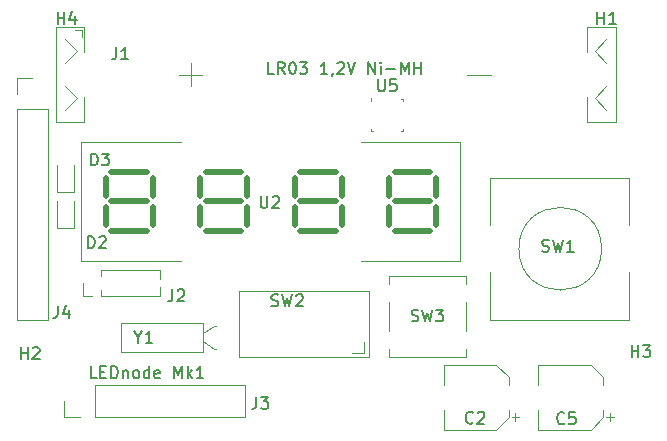
<source format=gbr>
%TF.GenerationSoftware,KiCad,Pcbnew,6.0.2-1.fc35*%
%TF.CreationDate,2022-04-20T21:26:54+02:00*%
%TF.ProjectId,LEDnode,4c45446e-6f64-4652-9e6b-696361645f70,rev?*%
%TF.SameCoordinates,Original*%
%TF.FileFunction,Legend,Top*%
%TF.FilePolarity,Positive*%
%FSLAX46Y46*%
G04 Gerber Fmt 4.6, Leading zero omitted, Abs format (unit mm)*
G04 Created by KiCad (PCBNEW 6.0.2-1.fc35) date 2022-04-20 21:26:54*
%MOMM*%
%LPD*%
G01*
G04 APERTURE LIST*
%ADD10C,0.150000*%
%ADD11C,0.120000*%
%ADD12C,0.500000*%
%ADD13C,0.100000*%
G04 APERTURE END LIST*
D10*
X83738095Y-99952380D02*
X83261904Y-99952380D01*
X83261904Y-98952380D01*
X84071428Y-99428571D02*
X84404761Y-99428571D01*
X84547619Y-99952380D02*
X84071428Y-99952380D01*
X84071428Y-98952380D01*
X84547619Y-98952380D01*
X84976190Y-99952380D02*
X84976190Y-98952380D01*
X85214285Y-98952380D01*
X85357142Y-99000000D01*
X85452380Y-99095238D01*
X85500000Y-99190476D01*
X85547619Y-99380952D01*
X85547619Y-99523809D01*
X85500000Y-99714285D01*
X85452380Y-99809523D01*
X85357142Y-99904761D01*
X85214285Y-99952380D01*
X84976190Y-99952380D01*
X85976190Y-99285714D02*
X85976190Y-99952380D01*
X85976190Y-99380952D02*
X86023809Y-99333333D01*
X86119047Y-99285714D01*
X86261904Y-99285714D01*
X86357142Y-99333333D01*
X86404761Y-99428571D01*
X86404761Y-99952380D01*
X87023809Y-99952380D02*
X86928571Y-99904761D01*
X86880952Y-99857142D01*
X86833333Y-99761904D01*
X86833333Y-99476190D01*
X86880952Y-99380952D01*
X86928571Y-99333333D01*
X87023809Y-99285714D01*
X87166666Y-99285714D01*
X87261904Y-99333333D01*
X87309523Y-99380952D01*
X87357142Y-99476190D01*
X87357142Y-99761904D01*
X87309523Y-99857142D01*
X87261904Y-99904761D01*
X87166666Y-99952380D01*
X87023809Y-99952380D01*
X88214285Y-99952380D02*
X88214285Y-98952380D01*
X88214285Y-99904761D02*
X88119047Y-99952380D01*
X87928571Y-99952380D01*
X87833333Y-99904761D01*
X87785714Y-99857142D01*
X87738095Y-99761904D01*
X87738095Y-99476190D01*
X87785714Y-99380952D01*
X87833333Y-99333333D01*
X87928571Y-99285714D01*
X88119047Y-99285714D01*
X88214285Y-99333333D01*
X89071428Y-99904761D02*
X88976190Y-99952380D01*
X88785714Y-99952380D01*
X88690476Y-99904761D01*
X88642857Y-99809523D01*
X88642857Y-99428571D01*
X88690476Y-99333333D01*
X88785714Y-99285714D01*
X88976190Y-99285714D01*
X89071428Y-99333333D01*
X89119047Y-99428571D01*
X89119047Y-99523809D01*
X88642857Y-99619047D01*
X90309523Y-99952380D02*
X90309523Y-98952380D01*
X90642857Y-99666666D01*
X90976190Y-98952380D01*
X90976190Y-99952380D01*
X91452380Y-99952380D02*
X91452380Y-98952380D01*
X91547619Y-99571428D02*
X91833333Y-99952380D01*
X91833333Y-99285714D02*
X91452380Y-99666666D01*
X92785714Y-99952380D02*
X92214285Y-99952380D01*
X92500000Y-99952380D02*
X92500000Y-98952380D01*
X92404761Y-99095238D01*
X92309523Y-99190476D01*
X92214285Y-99238095D01*
%TO.C,C5*%
X123343333Y-103757142D02*
X123295714Y-103804761D01*
X123152857Y-103852380D01*
X123057619Y-103852380D01*
X122914761Y-103804761D01*
X122819523Y-103709523D01*
X122771904Y-103614285D01*
X122724285Y-103423809D01*
X122724285Y-103280952D01*
X122771904Y-103090476D01*
X122819523Y-102995238D01*
X122914761Y-102900000D01*
X123057619Y-102852380D01*
X123152857Y-102852380D01*
X123295714Y-102900000D01*
X123343333Y-102947619D01*
X124248095Y-102852380D02*
X123771904Y-102852380D01*
X123724285Y-103328571D01*
X123771904Y-103280952D01*
X123867142Y-103233333D01*
X124105238Y-103233333D01*
X124200476Y-103280952D01*
X124248095Y-103328571D01*
X124295714Y-103423809D01*
X124295714Y-103661904D01*
X124248095Y-103757142D01*
X124200476Y-103804761D01*
X124105238Y-103852380D01*
X123867142Y-103852380D01*
X123771904Y-103804761D01*
X123724285Y-103757142D01*
%TO.C,C2*%
X115613333Y-103707142D02*
X115565714Y-103754761D01*
X115422857Y-103802380D01*
X115327619Y-103802380D01*
X115184761Y-103754761D01*
X115089523Y-103659523D01*
X115041904Y-103564285D01*
X114994285Y-103373809D01*
X114994285Y-103230952D01*
X115041904Y-103040476D01*
X115089523Y-102945238D01*
X115184761Y-102850000D01*
X115327619Y-102802380D01*
X115422857Y-102802380D01*
X115565714Y-102850000D01*
X115613333Y-102897619D01*
X115994285Y-102897619D02*
X116041904Y-102850000D01*
X116137142Y-102802380D01*
X116375238Y-102802380D01*
X116470476Y-102850000D01*
X116518095Y-102897619D01*
X116565714Y-102992857D01*
X116565714Y-103088095D01*
X116518095Y-103230952D01*
X115946666Y-103802380D01*
X116565714Y-103802380D01*
%TO.C,J1*%
X85416666Y-71952380D02*
X85416666Y-72666666D01*
X85369047Y-72809523D01*
X85273809Y-72904761D01*
X85130952Y-72952380D01*
X85035714Y-72952380D01*
X86416666Y-72952380D02*
X85845238Y-72952380D01*
X86130952Y-72952380D02*
X86130952Y-71952380D01*
X86035714Y-72095238D01*
X85940476Y-72190476D01*
X85845238Y-72238095D01*
X98750000Y-74202380D02*
X98273809Y-74202380D01*
X98273809Y-73202380D01*
X99654761Y-74202380D02*
X99321428Y-73726190D01*
X99083333Y-74202380D02*
X99083333Y-73202380D01*
X99464285Y-73202380D01*
X99559523Y-73250000D01*
X99607142Y-73297619D01*
X99654761Y-73392857D01*
X99654761Y-73535714D01*
X99607142Y-73630952D01*
X99559523Y-73678571D01*
X99464285Y-73726190D01*
X99083333Y-73726190D01*
X100273809Y-73202380D02*
X100369047Y-73202380D01*
X100464285Y-73250000D01*
X100511904Y-73297619D01*
X100559523Y-73392857D01*
X100607142Y-73583333D01*
X100607142Y-73821428D01*
X100559523Y-74011904D01*
X100511904Y-74107142D01*
X100464285Y-74154761D01*
X100369047Y-74202380D01*
X100273809Y-74202380D01*
X100178571Y-74154761D01*
X100130952Y-74107142D01*
X100083333Y-74011904D01*
X100035714Y-73821428D01*
X100035714Y-73583333D01*
X100083333Y-73392857D01*
X100130952Y-73297619D01*
X100178571Y-73250000D01*
X100273809Y-73202380D01*
X100940476Y-73202380D02*
X101559523Y-73202380D01*
X101226190Y-73583333D01*
X101369047Y-73583333D01*
X101464285Y-73630952D01*
X101511904Y-73678571D01*
X101559523Y-73773809D01*
X101559523Y-74011904D01*
X101511904Y-74107142D01*
X101464285Y-74154761D01*
X101369047Y-74202380D01*
X101083333Y-74202380D01*
X100988095Y-74154761D01*
X100940476Y-74107142D01*
X103273809Y-74202380D02*
X102702380Y-74202380D01*
X102988095Y-74202380D02*
X102988095Y-73202380D01*
X102892857Y-73345238D01*
X102797619Y-73440476D01*
X102702380Y-73488095D01*
X103750000Y-74154761D02*
X103750000Y-74202380D01*
X103702380Y-74297619D01*
X103654761Y-74345238D01*
X104130952Y-73297619D02*
X104178571Y-73250000D01*
X104273809Y-73202380D01*
X104511904Y-73202380D01*
X104607142Y-73250000D01*
X104654761Y-73297619D01*
X104702380Y-73392857D01*
X104702380Y-73488095D01*
X104654761Y-73630952D01*
X104083333Y-74202380D01*
X104702380Y-74202380D01*
X104988095Y-73202380D02*
X105321428Y-74202380D01*
X105654761Y-73202380D01*
X106750000Y-74202380D02*
X106750000Y-73202380D01*
X107321428Y-74202380D01*
X107321428Y-73202380D01*
X107797619Y-74202380D02*
X107797619Y-73535714D01*
X107797619Y-73202380D02*
X107750000Y-73250000D01*
X107797619Y-73297619D01*
X107845238Y-73250000D01*
X107797619Y-73202380D01*
X107797619Y-73297619D01*
X108273809Y-73821428D02*
X109035714Y-73821428D01*
X109511904Y-74202380D02*
X109511904Y-73202380D01*
X109845238Y-73916666D01*
X110178571Y-73202380D01*
X110178571Y-74202380D01*
X110654761Y-74202380D02*
X110654761Y-73202380D01*
X110654761Y-73678571D02*
X111226190Y-73678571D01*
X111226190Y-74202380D02*
X111226190Y-73202380D01*
%TO.C,SW1*%
X121466666Y-89204761D02*
X121609523Y-89252380D01*
X121847619Y-89252380D01*
X121942857Y-89204761D01*
X121990476Y-89157142D01*
X122038095Y-89061904D01*
X122038095Y-88966666D01*
X121990476Y-88871428D01*
X121942857Y-88823809D01*
X121847619Y-88776190D01*
X121657142Y-88728571D01*
X121561904Y-88680952D01*
X121514285Y-88633333D01*
X121466666Y-88538095D01*
X121466666Y-88442857D01*
X121514285Y-88347619D01*
X121561904Y-88300000D01*
X121657142Y-88252380D01*
X121895238Y-88252380D01*
X122038095Y-88300000D01*
X122371428Y-88252380D02*
X122609523Y-89252380D01*
X122800000Y-88538095D01*
X122990476Y-89252380D01*
X123228571Y-88252380D01*
X124133333Y-89252380D02*
X123561904Y-89252380D01*
X123847619Y-89252380D02*
X123847619Y-88252380D01*
X123752380Y-88395238D01*
X123657142Y-88490476D01*
X123561904Y-88538095D01*
%TO.C,H4*%
X80438095Y-69952380D02*
X80438095Y-68952380D01*
X80438095Y-69428571D02*
X81009523Y-69428571D01*
X81009523Y-69952380D02*
X81009523Y-68952380D01*
X81914285Y-69285714D02*
X81914285Y-69952380D01*
X81676190Y-68904761D02*
X81438095Y-69619047D01*
X82057142Y-69619047D01*
%TO.C,J3*%
X97266666Y-101552380D02*
X97266666Y-102266666D01*
X97219047Y-102409523D01*
X97123809Y-102504761D01*
X96980952Y-102552380D01*
X96885714Y-102552380D01*
X97647619Y-101552380D02*
X98266666Y-101552380D01*
X97933333Y-101933333D01*
X98076190Y-101933333D01*
X98171428Y-101980952D01*
X98219047Y-102028571D01*
X98266666Y-102123809D01*
X98266666Y-102361904D01*
X98219047Y-102457142D01*
X98171428Y-102504761D01*
X98076190Y-102552380D01*
X97790476Y-102552380D01*
X97695238Y-102504761D01*
X97647619Y-102457142D01*
%TO.C,H3*%
X129038095Y-98152380D02*
X129038095Y-97152380D01*
X129038095Y-97628571D02*
X129609523Y-97628571D01*
X129609523Y-98152380D02*
X129609523Y-97152380D01*
X129990476Y-97152380D02*
X130609523Y-97152380D01*
X130276190Y-97533333D01*
X130419047Y-97533333D01*
X130514285Y-97580952D01*
X130561904Y-97628571D01*
X130609523Y-97723809D01*
X130609523Y-97961904D01*
X130561904Y-98057142D01*
X130514285Y-98104761D01*
X130419047Y-98152380D01*
X130133333Y-98152380D01*
X130038095Y-98104761D01*
X129990476Y-98057142D01*
%TO.C,SW2*%
X98550594Y-93827619D02*
X98693451Y-93875238D01*
X98931547Y-93875238D01*
X99026785Y-93827619D01*
X99074404Y-93780000D01*
X99122023Y-93684762D01*
X99122023Y-93589524D01*
X99074404Y-93494286D01*
X99026785Y-93446667D01*
X98931547Y-93399048D01*
X98741070Y-93351429D01*
X98645832Y-93303810D01*
X98598213Y-93256191D01*
X98550594Y-93160953D01*
X98550594Y-93065715D01*
X98598213Y-92970477D01*
X98645832Y-92922858D01*
X98741070Y-92875238D01*
X98979166Y-92875238D01*
X99122023Y-92922858D01*
X99455356Y-92875238D02*
X99693451Y-93875238D01*
X99883928Y-93160953D01*
X100074404Y-93875238D01*
X100312499Y-92875238D01*
X100645832Y-92970477D02*
X100693451Y-92922858D01*
X100788689Y-92875238D01*
X101026785Y-92875238D01*
X101122023Y-92922858D01*
X101169642Y-92970477D01*
X101217261Y-93065715D01*
X101217261Y-93160953D01*
X101169642Y-93303810D01*
X100598213Y-93875238D01*
X101217261Y-93875238D01*
%TO.C,SW3*%
X110416666Y-95104761D02*
X110559523Y-95152380D01*
X110797619Y-95152380D01*
X110892857Y-95104761D01*
X110940476Y-95057142D01*
X110988095Y-94961904D01*
X110988095Y-94866666D01*
X110940476Y-94771428D01*
X110892857Y-94723809D01*
X110797619Y-94676190D01*
X110607142Y-94628571D01*
X110511904Y-94580952D01*
X110464285Y-94533333D01*
X110416666Y-94438095D01*
X110416666Y-94342857D01*
X110464285Y-94247619D01*
X110511904Y-94200000D01*
X110607142Y-94152380D01*
X110845238Y-94152380D01*
X110988095Y-94200000D01*
X111321428Y-94152380D02*
X111559523Y-95152380D01*
X111750000Y-94438095D01*
X111940476Y-95152380D01*
X112178571Y-94152380D01*
X112464285Y-94152380D02*
X113083333Y-94152380D01*
X112750000Y-94533333D01*
X112892857Y-94533333D01*
X112988095Y-94580952D01*
X113035714Y-94628571D01*
X113083333Y-94723809D01*
X113083333Y-94961904D01*
X113035714Y-95057142D01*
X112988095Y-95104761D01*
X112892857Y-95152380D01*
X112607142Y-95152380D01*
X112511904Y-95104761D01*
X112464285Y-95057142D01*
%TO.C,H1*%
X126138095Y-69952380D02*
X126138095Y-68952380D01*
X126138095Y-69428571D02*
X126709523Y-69428571D01*
X126709523Y-69952380D02*
X126709523Y-68952380D01*
X127709523Y-69952380D02*
X127138095Y-69952380D01*
X127423809Y-69952380D02*
X127423809Y-68952380D01*
X127328571Y-69095238D01*
X127233333Y-69190476D01*
X127138095Y-69238095D01*
%TO.C,J4*%
X80466666Y-93852380D02*
X80466666Y-94566666D01*
X80419047Y-94709523D01*
X80323809Y-94804761D01*
X80180952Y-94852380D01*
X80085714Y-94852380D01*
X81371428Y-94185714D02*
X81371428Y-94852380D01*
X81133333Y-93804761D02*
X80895238Y-94519047D01*
X81514285Y-94519047D01*
%TO.C,U2*%
X97638095Y-84552380D02*
X97638095Y-85361904D01*
X97685714Y-85457142D01*
X97733333Y-85504761D01*
X97828571Y-85552380D01*
X98019047Y-85552380D01*
X98114285Y-85504761D01*
X98161904Y-85457142D01*
X98209523Y-85361904D01*
X98209523Y-84552380D01*
X98638095Y-84647619D02*
X98685714Y-84600000D01*
X98780952Y-84552380D01*
X99019047Y-84552380D01*
X99114285Y-84600000D01*
X99161904Y-84647619D01*
X99209523Y-84742857D01*
X99209523Y-84838095D01*
X99161904Y-84980952D01*
X98590476Y-85552380D01*
X99209523Y-85552380D01*
%TO.C,Y1*%
X87273809Y-96476190D02*
X87273809Y-96952380D01*
X86940476Y-95952380D02*
X87273809Y-96476190D01*
X87607142Y-95952380D01*
X88464285Y-96952380D02*
X87892857Y-96952380D01*
X88178571Y-96952380D02*
X88178571Y-95952380D01*
X88083333Y-96095238D01*
X87988095Y-96190476D01*
X87892857Y-96238095D01*
%TO.C,J2*%
X90166666Y-92452380D02*
X90166666Y-93166666D01*
X90119047Y-93309523D01*
X90023809Y-93404761D01*
X89880952Y-93452380D01*
X89785714Y-93452380D01*
X90595238Y-92547619D02*
X90642857Y-92500000D01*
X90738095Y-92452380D01*
X90976190Y-92452380D01*
X91071428Y-92500000D01*
X91119047Y-92547619D01*
X91166666Y-92642857D01*
X91166666Y-92738095D01*
X91119047Y-92880952D01*
X90547619Y-93452380D01*
X91166666Y-93452380D01*
%TO.C,D3*%
X83261904Y-81952380D02*
X83261904Y-80952380D01*
X83500000Y-80952380D01*
X83642857Y-81000000D01*
X83738095Y-81095238D01*
X83785714Y-81190476D01*
X83833333Y-81380952D01*
X83833333Y-81523809D01*
X83785714Y-81714285D01*
X83738095Y-81809523D01*
X83642857Y-81904761D01*
X83500000Y-81952380D01*
X83261904Y-81952380D01*
X84166666Y-80952380D02*
X84785714Y-80952380D01*
X84452380Y-81333333D01*
X84595238Y-81333333D01*
X84690476Y-81380952D01*
X84738095Y-81428571D01*
X84785714Y-81523809D01*
X84785714Y-81761904D01*
X84738095Y-81857142D01*
X84690476Y-81904761D01*
X84595238Y-81952380D01*
X84309523Y-81952380D01*
X84214285Y-81904761D01*
X84166666Y-81857142D01*
%TO.C,U5*%
X107565106Y-74662380D02*
X107565106Y-75471904D01*
X107612725Y-75567142D01*
X107660344Y-75614761D01*
X107755582Y-75662380D01*
X107946058Y-75662380D01*
X108041296Y-75614761D01*
X108088915Y-75567142D01*
X108136534Y-75471904D01*
X108136534Y-74662380D01*
X109088915Y-74662380D02*
X108612725Y-74662380D01*
X108565106Y-75138571D01*
X108612725Y-75090952D01*
X108707963Y-75043333D01*
X108946058Y-75043333D01*
X109041296Y-75090952D01*
X109088915Y-75138571D01*
X109136534Y-75233809D01*
X109136534Y-75471904D01*
X109088915Y-75567142D01*
X109041296Y-75614761D01*
X108946058Y-75662380D01*
X108707963Y-75662380D01*
X108612725Y-75614761D01*
X108565106Y-75567142D01*
%TO.C,H2*%
X77338095Y-98352380D02*
X77338095Y-97352380D01*
X77338095Y-97828571D02*
X77909523Y-97828571D01*
X77909523Y-98352380D02*
X77909523Y-97352380D01*
X78338095Y-97447619D02*
X78385714Y-97400000D01*
X78480952Y-97352380D01*
X78719047Y-97352380D01*
X78814285Y-97400000D01*
X78861904Y-97447619D01*
X78909523Y-97542857D01*
X78909523Y-97638095D01*
X78861904Y-97780952D01*
X78290476Y-98352380D01*
X78909523Y-98352380D01*
%TO.C,D2*%
X83011904Y-88952380D02*
X83011904Y-87952380D01*
X83250000Y-87952380D01*
X83392857Y-88000000D01*
X83488095Y-88095238D01*
X83535714Y-88190476D01*
X83583333Y-88380952D01*
X83583333Y-88523809D01*
X83535714Y-88714285D01*
X83488095Y-88809523D01*
X83392857Y-88904761D01*
X83250000Y-88952380D01*
X83011904Y-88952380D01*
X83964285Y-88047619D02*
X84011904Y-88000000D01*
X84107142Y-87952380D01*
X84345238Y-87952380D01*
X84440476Y-88000000D01*
X84488095Y-88047619D01*
X84535714Y-88142857D01*
X84535714Y-88238095D01*
X84488095Y-88380952D01*
X83916666Y-88952380D01*
X84535714Y-88952380D01*
D11*
%TO.C,C5*%
X126660000Y-99874437D02*
X126660000Y-100510000D01*
X126660000Y-103265563D02*
X126660000Y-102630000D01*
X125595563Y-98810000D02*
X121140000Y-98810000D01*
X126660000Y-103265563D02*
X125595563Y-104330000D01*
X127525000Y-103255000D02*
X126900000Y-103255000D01*
X125595563Y-104330000D02*
X121140000Y-104330000D01*
X121140000Y-104330000D02*
X121140000Y-102630000D01*
X126660000Y-99874437D02*
X125595563Y-98810000D01*
X121140000Y-98810000D02*
X121140000Y-100510000D01*
X127212500Y-103567500D02*
X127212500Y-102942500D01*
%TO.C,C2*%
X118640000Y-99874437D02*
X118640000Y-100510000D01*
X118640000Y-103265563D02*
X118640000Y-102630000D01*
X117575563Y-98810000D02*
X113120000Y-98810000D01*
X118640000Y-103265563D02*
X117575563Y-104330000D01*
X119505000Y-103255000D02*
X118880000Y-103255000D01*
X117575563Y-104330000D02*
X113120000Y-104330000D01*
X113120000Y-104330000D02*
X113120000Y-102630000D01*
X118640000Y-99874437D02*
X117575563Y-98810000D01*
X113120000Y-98810000D02*
X113120000Y-100510000D01*
X119192500Y-103567500D02*
X119192500Y-102942500D01*
%TO.C,J1*%
X82500000Y-70450000D02*
X82500000Y-71050000D01*
X82100000Y-76250000D02*
X81100000Y-77250000D01*
X91700000Y-73250000D02*
X91700000Y-75250000D01*
X81100000Y-71250000D02*
X82100000Y-72250000D01*
X125900000Y-76250000D02*
X126900000Y-75250000D01*
X125300000Y-76155000D02*
X125300000Y-78250000D01*
X82700000Y-76155000D02*
X82700000Y-78250000D01*
X82700000Y-72345000D02*
X82700000Y-70250000D01*
X81900000Y-70450000D02*
X82500000Y-70450000D01*
X126900000Y-77250000D02*
X125900000Y-76250000D01*
X125300000Y-70250000D02*
X127700000Y-70250000D01*
X127700000Y-70250000D02*
X127700000Y-78250000D01*
X125300000Y-72345000D02*
X125300000Y-70250000D01*
X82100000Y-72250000D02*
X81100000Y-73250000D01*
X125900000Y-72250000D02*
X126900000Y-71250000D01*
X126900000Y-73250000D02*
X125900000Y-72250000D01*
X81100000Y-75250000D02*
X82100000Y-76250000D01*
X127700000Y-78250000D02*
X125300000Y-78250000D01*
X82700000Y-70250000D02*
X80300000Y-70250000D01*
X80300000Y-70250000D02*
X80300000Y-78250000D01*
X90700000Y-74250000D02*
X92700000Y-74250000D01*
X80300000Y-78250000D02*
X82700000Y-78250000D01*
X115100000Y-74250000D02*
X117100000Y-74250000D01*
%TO.C,SW1*%
X128850000Y-83000000D02*
X128850000Y-87000000D01*
X117050000Y-83000000D02*
X117050000Y-87000000D01*
X117050000Y-91000000D02*
X117050000Y-95000000D01*
X117050000Y-95000000D02*
X128850000Y-95000000D01*
X128850000Y-91000000D02*
X128850000Y-95000000D01*
X117050000Y-83000000D02*
X128850000Y-83000000D01*
X126500000Y-89000000D02*
G75*
G03*
X126500000Y-89000000I-3500000J0D01*
G01*
%TO.C,J3*%
X80970000Y-103230000D02*
X80970000Y-101900000D01*
X83570000Y-103230000D02*
X83570000Y-100570000D01*
X82300000Y-103230000D02*
X80970000Y-103230000D01*
X96330000Y-103230000D02*
X96330000Y-100570000D01*
X83570000Y-100570000D02*
X96330000Y-100570000D01*
X83570000Y-103230000D02*
X96330000Y-103230000D01*
%TO.C,SW2*%
X106341964Y-96861429D02*
X106341964Y-97861429D01*
X95841964Y-92561429D02*
X106841964Y-92561429D01*
X106841964Y-98161429D02*
X106841964Y-92561429D01*
X106341964Y-97861429D02*
X105341964Y-97861429D01*
X95841964Y-98161429D02*
X106841964Y-98161429D01*
X95841964Y-92561429D02*
X95841964Y-98161429D01*
%TO.C,SW3*%
X115000000Y-91350000D02*
X115000000Y-92000000D01*
X108500000Y-91350000D02*
X115000000Y-91350000D01*
X115000000Y-96000000D02*
X115000000Y-93500000D01*
X108500000Y-92000000D02*
X108500000Y-91350000D01*
X108500000Y-96000000D02*
X108500000Y-93500000D01*
X108500000Y-98150000D02*
X115000000Y-98150000D01*
X108500000Y-97500000D02*
X108500000Y-98150000D01*
X115000000Y-98150000D02*
X115000000Y-97500000D01*
%TO.C,J4*%
X76970000Y-75900000D02*
X76970000Y-74570000D01*
X76970000Y-74570000D02*
X78300000Y-74570000D01*
X76970000Y-95010000D02*
X79630000Y-95010000D01*
X76970000Y-77170000D02*
X79630000Y-77170000D01*
X79630000Y-77170000D02*
X79630000Y-95010000D01*
X76970000Y-77170000D02*
X76970000Y-95010000D01*
D12*
%TO.C,U2*%
X84500000Y-83000000D02*
X84500000Y-84500000D01*
D11*
X106120000Y-90000000D02*
X114550000Y-90000000D01*
D12*
X109000000Y-85000000D02*
X112000000Y-85000000D01*
X85000000Y-85000000D02*
X88000000Y-85000000D01*
X101000000Y-85000000D02*
X104000000Y-85000000D01*
X100500000Y-85500000D02*
X100500000Y-87000000D01*
D11*
X114550000Y-80000000D02*
X114550000Y-90000000D01*
D12*
X112500000Y-85500000D02*
X112500000Y-87000000D01*
X108500000Y-83000000D02*
X108500000Y-84500000D01*
D11*
X82450000Y-90000000D02*
X82450000Y-80000000D01*
D12*
X93000000Y-85000000D02*
X96000000Y-85000000D01*
X109000000Y-82500000D02*
X112000000Y-82500000D01*
X93000000Y-82500000D02*
X96000000Y-82500000D01*
X112500000Y-83000000D02*
X112500000Y-84500000D01*
X92500000Y-85500000D02*
X92500000Y-87000000D01*
X108500000Y-85500000D02*
X108500000Y-87000000D01*
D11*
X106120000Y-80000000D02*
X114550000Y-80000000D01*
D12*
X88500000Y-85500000D02*
X88500000Y-87000000D01*
X96500000Y-83000000D02*
X96500000Y-84500000D01*
X92500000Y-83000000D02*
X92500000Y-84500000D01*
X93000000Y-87500000D02*
X96000000Y-87500000D01*
X104500000Y-85500000D02*
X104500000Y-87000000D01*
X101000000Y-87500000D02*
X104000000Y-87500000D01*
D11*
X90880000Y-80000000D02*
X82450000Y-80000000D01*
D12*
X96500000Y-85500000D02*
X96500000Y-87000000D01*
X109000000Y-87500000D02*
X112000000Y-87500000D01*
X104500000Y-83000000D02*
X104500000Y-84500000D01*
X101000000Y-82500000D02*
X104000000Y-82500000D01*
X88500000Y-83000000D02*
X88500000Y-84500000D01*
X84500000Y-85500000D02*
X84500000Y-87000000D01*
X85000000Y-82500000D02*
X88000000Y-82500000D01*
X100500000Y-83000000D02*
X100500000Y-84500000D01*
D11*
X90880000Y-90000000D02*
X82450000Y-90000000D01*
D12*
X85000000Y-87500000D02*
X88000000Y-87500000D01*
D11*
%TO.C,Y1*%
X92750000Y-97730000D02*
X92750000Y-95270000D01*
X93650000Y-97450000D02*
X93850000Y-97450000D01*
X85850000Y-95270000D02*
X85850000Y-97730000D01*
X85850000Y-97730000D02*
X92750000Y-97730000D01*
X93650000Y-95550000D02*
X93850000Y-95550000D01*
X92750000Y-95270000D02*
X85850000Y-95270000D01*
X92750000Y-96850000D02*
X93650000Y-97450000D01*
X92750000Y-96150000D02*
X93650000Y-95550000D01*
%TO.C,J2*%
X84110000Y-90790000D02*
X89125000Y-90790000D01*
X83350000Y-93010000D02*
X82590000Y-93010000D01*
X84110000Y-91336529D02*
X84110000Y-90790000D01*
X84110000Y-93010000D02*
X89125000Y-93010000D01*
X84110000Y-93010000D02*
X84110000Y-92463471D01*
X82590000Y-93010000D02*
X82590000Y-91900000D01*
X89125000Y-93010000D02*
X89125000Y-92207530D01*
X89125000Y-91592470D02*
X89125000Y-90790000D01*
%TO.C,D3*%
X80365000Y-84172500D02*
X81835000Y-84172500D01*
X81835000Y-84172500D02*
X81835000Y-81887500D01*
X80365000Y-81887500D02*
X80365000Y-84172500D01*
D13*
%TO.C,U5*%
X106962011Y-79035000D02*
X107112011Y-79035000D01*
X106962011Y-76475000D02*
X106962011Y-76225000D01*
X109662011Y-76325000D02*
X109662011Y-76475000D01*
X106962011Y-79025000D02*
X106962011Y-78875000D01*
X109662011Y-79025000D02*
X109512011Y-79025000D01*
X109662011Y-79025000D02*
X109662011Y-78875000D01*
X109512011Y-76325000D02*
X109662011Y-76325000D01*
D11*
%TO.C,D2*%
X81835000Y-87272500D02*
X81835000Y-84987500D01*
X80365000Y-84987500D02*
X80365000Y-87272500D01*
X80365000Y-87272500D02*
X81835000Y-87272500D01*
%TD*%
M02*

</source>
